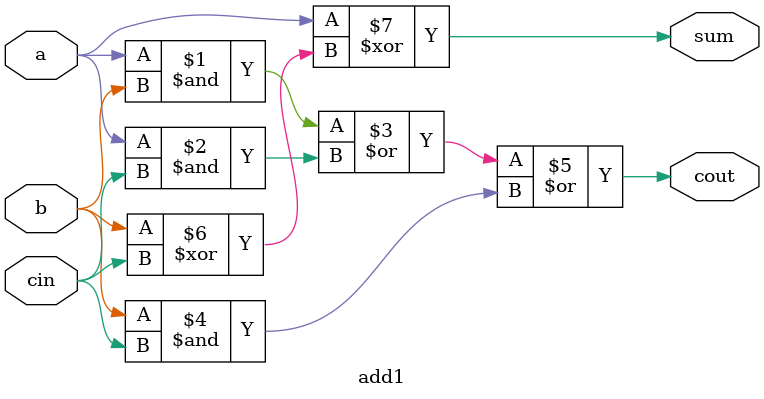
<source format=sv>

module top_module (
    input  [31:0] a,
    input  [31:0] b,
    output [31:0] sum
);
  wire low_cout;
  add16 low_add (
      .a(a[15:0]),
      .b(b[15:0]),
      .cin(0),
      .sum(sum[15:0]),
      .cout(low_cout)
  );
  add16 high_add (
      .a(a[31:16]),
      .b(b[31:16]),
      .cin(low_cout),
      .sum(sum[31:16]),
      .cout(0)
  );
endmodule

module add1 (
    input  a,
    input  b,
    input  cin,
    output sum,
    output cout
);
  assign cout = (a & b) | (a & cin) | (b & cin);
  assign sum  = a ^ (b ^ cin);
endmodule

</source>
